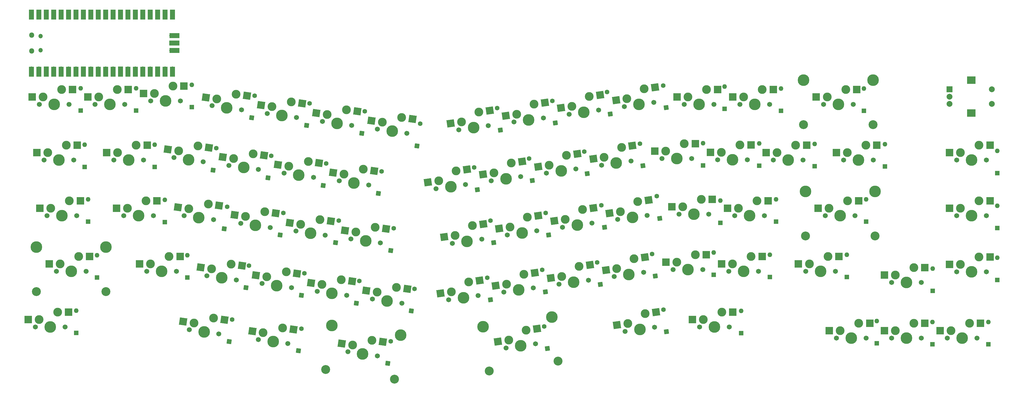
<source format=gbr>
%TF.GenerationSoftware,KiCad,Pcbnew,9.0.2*%
%TF.CreationDate,2025-06-19T20:24:17-07:00*%
%TF.ProjectId,toro-pcb,746f726f-2d70-4636-922e-6b696361645f,rev?*%
%TF.SameCoordinates,Original*%
%TF.FileFunction,Soldermask,Bot*%
%TF.FilePolarity,Negative*%
%FSLAX46Y46*%
G04 Gerber Fmt 4.6, Leading zero omitted, Abs format (unit mm)*
G04 Created by KiCad (PCBNEW 9.0.2) date 2025-06-19 20:24:17*
%MOMM*%
%LPD*%
G01*
G04 APERTURE LIST*
G04 Aperture macros list*
%AMHorizOval*
0 Thick line with rounded ends*
0 $1 width*
0 $2 $3 position (X,Y) of the first rounded end (center of the circle)*
0 $4 $5 position (X,Y) of the second rounded end (center of the circle)*
0 Add line between two ends*
20,1,$1,$2,$3,$4,$5,0*
0 Add two circle primitives to create the rounded ends*
1,1,$1,$2,$3*
1,1,$1,$4,$5*%
%AMRotRect*
0 Rectangle, with rotation*
0 The origin of the aperture is its center*
0 $1 length*
0 $2 width*
0 $3 Rotation angle, in degrees counterclockwise*
0 Add horizontal line*
21,1,$1,$2,0,0,$3*%
G04 Aperture macros list end*
%ADD10C,1.701800*%
%ADD11C,3.000000*%
%ADD12C,3.987800*%
%ADD13R,2.550000X2.500000*%
%ADD14RotRect,2.550000X2.500000X352.000000*%
%ADD15RotRect,2.550000X2.500000X8.000000*%
%ADD16C,3.048000*%
%ADD17R,2.000000X2.000000*%
%ADD18C,2.000000*%
%ADD19R,3.000000X2.500000*%
%ADD20R,1.600000X1.600000*%
%ADD21O,1.600000X1.600000*%
%ADD22RotRect,1.600000X1.600000X98.000000*%
%ADD23HorizOval,1.600000X0.000000X0.000000X0.000000X0.000000X0*%
%ADD24RotRect,1.600000X1.600000X82.000000*%
%ADD25HorizOval,1.600000X0.000000X0.000000X0.000000X0.000000X0*%
%ADD26O,1.800000X1.800000*%
%ADD27O,1.500000X1.500000*%
%ADD28O,1.700000X1.700000*%
%ADD29R,1.700000X3.500000*%
%ADD30R,1.700000X1.700000*%
%ADD31R,3.500000X1.700000*%
G04 APERTURE END LIST*
D10*
%TO.C,SW37*%
X297382811Y-66675000D03*
D11*
X298652811Y-64135000D03*
D12*
X302462811Y-66675000D03*
D11*
X305002811Y-61595000D03*
D10*
X307542811Y-66675000D03*
D13*
X308752811Y-61595000D03*
X294902811Y-64135000D03*
%TD*%
D10*
%TO.C,SW18*%
X98000000Y-107446490D03*
D11*
X99611141Y-105107960D03*
D12*
X103030562Y-108153490D03*
D11*
X106252843Y-103476428D03*
D10*
X108061124Y-108860490D03*
D14*
X109966347Y-103998327D03*
X95897635Y-104586060D03*
%TD*%
D10*
%TO.C,SW57*%
X229528876Y-144441373D03*
D11*
X230433017Y-141749342D03*
D12*
X234559438Y-143734373D03*
D11*
X236367719Y-138350312D03*
D10*
X239590000Y-143027373D03*
D15*
X240081225Y-137828413D03*
X226719511Y-142271241D03*
%TD*%
D10*
%TO.C,SW57*%
X226969438Y-106111505D03*
D11*
X227873579Y-103419474D03*
D12*
X232000000Y-105404505D03*
D11*
X233808281Y-100020444D03*
D10*
X237030562Y-104697505D03*
D15*
X237521787Y-99498545D03*
X224160073Y-103941373D03*
%TD*%
D10*
%TO.C,SW48*%
X261187811Y-85650000D03*
D11*
X262457811Y-83110000D03*
D12*
X266267811Y-85650000D03*
D11*
X268807811Y-80570000D03*
D10*
X271347811Y-85650000D03*
D13*
X272557811Y-80570000D03*
X258707811Y-83110000D03*
%TD*%
D10*
%TO.C,SW17*%
X78627354Y-104793001D03*
D11*
X80238494Y-102454470D03*
D12*
X83657916Y-105500000D03*
D11*
X86880196Y-100822939D03*
D10*
X88688478Y-106206999D03*
D14*
X90593702Y-101344837D03*
X76524989Y-101932570D03*
%TD*%
D10*
%TO.C,SW42*%
X202584706Y-90225518D03*
D11*
X203488847Y-87533487D03*
D12*
X207615268Y-89518518D03*
D11*
X209423549Y-84134457D03*
D10*
X212645830Y-88811518D03*
D15*
X213137055Y-83612558D03*
X199775341Y-88055386D03*
%TD*%
D10*
%TO.C,SW4*%
X67186250Y-65500000D03*
D11*
X68456250Y-62960000D03*
D12*
X72266250Y-65500000D03*
D11*
X74806250Y-60420000D03*
D10*
X77346250Y-65500000D03*
D13*
X78556250Y-60420000D03*
X64706250Y-62960000D03*
%TD*%
D10*
%TO.C,SW28*%
X172625618Y-75410743D03*
D11*
X173529759Y-72718712D03*
D12*
X177656180Y-74703743D03*
D11*
X179464461Y-69319682D03*
D10*
X182686742Y-73996743D03*
D15*
X183177967Y-68797783D03*
X169816253Y-73240611D03*
%TD*%
D10*
%TO.C,SW7*%
X125924259Y-72525825D03*
D11*
X127535400Y-70187295D03*
D12*
X130954821Y-73232825D03*
D11*
X134177102Y-68555763D03*
D10*
X135985383Y-73939825D03*
D14*
X137890606Y-69077662D03*
X123821894Y-69665395D03*
%TD*%
D10*
%TO.C,SW55*%
X245920000Y-123250000D03*
D11*
X247190000Y-120710000D03*
D12*
X251000000Y-123250000D03*
D11*
X253540000Y-118170000D03*
D10*
X256080000Y-123250000D03*
D13*
X257290000Y-118170000D03*
X243440000Y-120710000D03*
%TD*%
D10*
%TO.C,SW43*%
X189240224Y-111414000D03*
D11*
X190144365Y-108721969D03*
D12*
X194270786Y-110707000D03*
D11*
X196079067Y-105322939D03*
D10*
X199301348Y-110000000D03*
D15*
X199792573Y-104801040D03*
X186430859Y-109243868D03*
%TD*%
D10*
%TO.C,SW54*%
X225750000Y-125648373D03*
D11*
X226654141Y-122956342D03*
D12*
X230780562Y-124941373D03*
D11*
X232588843Y-119557312D03*
D10*
X235811124Y-124234373D03*
D15*
X236302349Y-119035413D03*
X222940635Y-123478241D03*
%TD*%
D10*
%TO.C,SW65*%
X342981295Y-124000000D03*
D11*
X344251295Y-121460000D03*
D12*
X348061295Y-124000000D03*
D11*
X350601295Y-118920000D03*
D10*
X353141295Y-124000000D03*
D13*
X354351295Y-118920000D03*
X340501295Y-121460000D03*
%TD*%
D10*
%TO.C,SW62*%
X320675000Y-127635000D03*
D11*
X321945000Y-125095000D03*
D12*
X325755000Y-127635000D03*
D11*
X328295000Y-122555000D03*
D10*
X330835000Y-127635000D03*
D13*
X332045000Y-122555000D03*
X318195000Y-125095000D03*
%TD*%
D10*
%TO.C,SW8*%
X144788865Y-75177073D03*
D11*
X146400006Y-72838543D03*
D12*
X149819427Y-75884073D03*
D11*
X153041708Y-71207011D03*
D10*
X154849989Y-76591073D03*
D14*
X156755212Y-71728910D03*
X142686500Y-72316643D03*
%TD*%
D10*
%TO.C,SW3*%
X48136250Y-66675000D03*
D11*
X49406250Y-64135000D03*
D12*
X53216250Y-66675000D03*
D11*
X55756250Y-61595000D03*
D10*
X58296250Y-66675000D03*
D13*
X59506250Y-61595000D03*
X45656250Y-64135000D03*
%TD*%
D10*
%TO.C,SW21*%
X34925000Y-123825000D03*
D11*
X36195000Y-121285000D03*
D12*
X40005000Y-123825000D03*
D11*
X42545000Y-118745000D03*
D10*
X45085000Y-123825000D03*
D13*
X46295000Y-118745000D03*
X32445000Y-121285000D03*
%TD*%
D10*
%TO.C,SW61*%
X339725000Y-146685000D03*
D11*
X340995000Y-144145000D03*
D12*
X344805000Y-146685000D03*
D11*
X347345000Y-141605000D03*
D10*
X349885000Y-146685000D03*
D13*
X351095000Y-141605000D03*
X337245000Y-144145000D03*
%TD*%
D10*
%TO.C,SW6*%
X107038865Y-69824562D03*
D11*
X108650006Y-67486032D03*
D12*
X112069427Y-70531562D03*
D11*
X115291708Y-65854500D03*
D10*
X117099989Y-71238562D03*
D14*
X119005212Y-66376399D03*
X104936500Y-66964132D03*
%TD*%
D10*
%TO.C,SW67*%
X280237811Y-85725000D03*
D11*
X281507811Y-83185000D03*
D12*
X285317811Y-85725000D03*
D11*
X287857811Y-80645000D03*
D10*
X290397811Y-85725000D03*
D13*
X291607811Y-80645000D03*
X277757811Y-83185000D03*
%TD*%
D10*
%TO.C,SW51*%
X169156180Y-133602116D03*
D11*
X170060321Y-130910085D03*
D12*
X174186742Y-132895116D03*
D11*
X175995023Y-127511055D03*
D10*
X179217304Y-132188116D03*
D15*
X179708529Y-126989156D03*
X166346815Y-131431984D03*
%TD*%
D10*
%TO.C,SW16*%
X57960000Y-104775000D03*
D11*
X59230000Y-102235000D03*
D12*
X63040000Y-104775000D03*
D11*
X65580000Y-99695000D03*
D10*
X68120000Y-104775000D03*
D13*
X69330000Y-99695000D03*
X55480000Y-102235000D03*
%TD*%
D10*
%TO.C,SW30*%
X80417741Y-143876101D03*
D11*
X82028882Y-141537571D03*
D12*
X85448303Y-144583101D03*
D11*
X88670584Y-139906039D03*
D10*
X90478865Y-145290101D03*
D14*
X92384088Y-140427938D03*
X78315376Y-141015671D03*
%TD*%
D10*
%TO.C,SW73*%
X291272811Y-123825000D03*
D11*
X292542811Y-121285000D03*
D12*
X296352811Y-123825000D03*
D11*
X298892811Y-118745000D03*
D10*
X301432811Y-123825000D03*
D13*
X302642811Y-118745000D03*
X288792811Y-121285000D03*
%TD*%
D16*
%TO.C,REF\u002A\u002A*%
X314362811Y-73660000D03*
D12*
X314362811Y-58420000D03*
D16*
X290562811Y-73660000D03*
D12*
X290562811Y-58420000D03*
%TD*%
D10*
%TO.C,SW64*%
X342981295Y-104775000D03*
D11*
X344251295Y-102235000D03*
D12*
X348061295Y-104775000D03*
D11*
X350601295Y-99695000D03*
D10*
X353141295Y-104775000D03*
D13*
X354351295Y-99695000D03*
X340501295Y-102235000D03*
%TD*%
D10*
%TO.C,SW45*%
X208104831Y-108762753D03*
D11*
X209008972Y-106070722D03*
D12*
X213135393Y-108055753D03*
D11*
X214943674Y-102671692D03*
D10*
X218165955Y-107348753D03*
D15*
X218657180Y-102149793D03*
X205295466Y-106592621D03*
%TD*%
D10*
%TO.C,SW34*%
X229219438Y-67457000D03*
D11*
X230123579Y-64764969D03*
D12*
X234250000Y-66750000D03*
D11*
X236058281Y-61365939D03*
D10*
X239280562Y-66043000D03*
D15*
X239771787Y-60844040D03*
X226410073Y-65286868D03*
%TD*%
D10*
%TO.C,SW72*%
X298030311Y-104775000D03*
D11*
X299300311Y-102235000D03*
D12*
X303110311Y-104775000D03*
D11*
X305650311Y-99695000D03*
D10*
X308190311Y-104775000D03*
D13*
X309400311Y-99695000D03*
X295550311Y-102235000D03*
%TD*%
D10*
%TO.C,SW52*%
X188020786Y-130950869D03*
D11*
X188924927Y-128258838D03*
D12*
X193051348Y-130243869D03*
D11*
X194859629Y-124859808D03*
D10*
X198081910Y-129536869D03*
D15*
X198573135Y-124337909D03*
X185211421Y-128780737D03*
%TD*%
D10*
%TO.C,SW58*%
X254980000Y-142875000D03*
D11*
X256250000Y-140335000D03*
D12*
X260060000Y-142875000D03*
D11*
X262600000Y-137795000D03*
D10*
X265140000Y-142875000D03*
D13*
X266350000Y-137795000D03*
X252500000Y-140335000D03*
%TD*%
D10*
%TO.C,SW71*%
X304272811Y-85790000D03*
D11*
X305542811Y-83250000D03*
D12*
X309352811Y-85790000D03*
D11*
X311892811Y-80710000D03*
D10*
X314432811Y-85790000D03*
D13*
X315642811Y-80710000D03*
X301792811Y-83250000D03*
%TD*%
D10*
%TO.C,SW13*%
X112834043Y-90250000D03*
D11*
X114445184Y-87911470D03*
D12*
X117864605Y-90957000D03*
D11*
X121086886Y-86279938D03*
D10*
X122895167Y-91664000D03*
D14*
X124800390Y-86801837D03*
X110731678Y-87389570D03*
%TD*%
D16*
%TO.C,REF\u002A\u002A*%
X206556314Y-154633834D03*
D12*
X204435316Y-139542149D03*
D16*
X182987934Y-157946154D03*
D12*
X180866936Y-142854469D03*
%TD*%
D10*
%TO.C,SW14*%
X31750000Y-104775000D03*
D11*
X33020000Y-102235000D03*
D12*
X36830000Y-104775000D03*
D11*
X39370000Y-99695000D03*
D10*
X41910000Y-104775000D03*
D13*
X43120000Y-99695000D03*
X29270000Y-102235000D03*
%TD*%
D10*
%TO.C,SW33*%
X210354832Y-70108247D03*
D11*
X211258973Y-67416216D03*
D12*
X215385394Y-69401247D03*
D11*
X217193675Y-64017186D03*
D10*
X220415956Y-68694247D03*
D15*
X220907181Y-63495287D03*
X207545467Y-67938115D03*
%TD*%
D10*
%TO.C,SW26*%
X143030130Y-133345495D03*
D11*
X144641271Y-131006965D03*
D12*
X148060692Y-134052495D03*
D11*
X151282973Y-129375433D03*
D10*
X153091254Y-134759495D03*
D14*
X154996477Y-129897332D03*
X140927765Y-130485065D03*
%TD*%
D10*
%TO.C,SW29*%
X191490225Y-72759495D03*
D11*
X192394366Y-70067464D03*
D12*
X196520787Y-72052495D03*
D11*
X198329068Y-66668434D03*
D10*
X201551349Y-71345495D03*
D15*
X202042574Y-66146535D03*
X188680860Y-70589363D03*
%TD*%
D10*
%TO.C,SW32*%
X134666553Y-151414438D03*
D11*
X136277694Y-149075908D03*
D12*
X139697115Y-152121438D03*
D11*
X142919396Y-147444376D03*
D10*
X144727677Y-152828438D03*
D14*
X146632900Y-147966275D03*
X132564188Y-148554008D03*
%TD*%
D10*
%TO.C,SW9*%
X30710000Y-85725000D03*
D11*
X31980000Y-83185000D03*
D12*
X35790000Y-85725000D03*
D11*
X38330000Y-80645000D03*
D10*
X40870000Y-85725000D03*
D13*
X42080000Y-80645000D03*
X28230000Y-83185000D03*
%TD*%
D10*
%TO.C,SW22*%
X65870000Y-123825000D03*
D11*
X67140000Y-121285000D03*
D12*
X70950000Y-123825000D03*
D11*
X73490000Y-118745000D03*
D10*
X76030000Y-123825000D03*
D13*
X77240000Y-118745000D03*
X63390000Y-121285000D03*
%TD*%
D10*
%TO.C,SW14*%
X131698650Y-92901248D03*
D11*
X133309791Y-90562718D03*
D12*
X136729212Y-93608248D03*
D11*
X139951493Y-88931186D03*
D10*
X141759774Y-94315248D03*
D14*
X143664997Y-89453085D03*
X129596285Y-90040818D03*
%TD*%
D10*
%TO.C,SW23*%
X86436309Y-125391752D03*
D11*
X88047450Y-123053222D03*
D12*
X91466871Y-126098752D03*
D11*
X94689152Y-121421690D03*
D10*
X96497433Y-126805752D03*
D14*
X98402656Y-121943589D03*
X84333944Y-122531322D03*
%TD*%
D10*
%TO.C,SW24*%
X105300917Y-128043000D03*
D11*
X106912058Y-125704470D03*
D12*
X110331479Y-128750000D03*
D11*
X113553760Y-124072938D03*
D10*
X115362041Y-129457000D03*
D14*
X117267264Y-124594837D03*
X103198552Y-125182570D03*
%TD*%
D16*
%TO.C,REF\u002A\u002A*%
X51905000Y-130810000D03*
D12*
X51905000Y-115570000D03*
D16*
X28105000Y-130810000D03*
D12*
X28105000Y-115570000D03*
%TD*%
D10*
%TO.C,SW1*%
X29086250Y-66675000D03*
D11*
X30356250Y-64135000D03*
D12*
X34166250Y-66675000D03*
D11*
X36706250Y-61595000D03*
D10*
X39246250Y-66675000D03*
D13*
X40456250Y-61595000D03*
X26606250Y-64135000D03*
%TD*%
D10*
%TO.C,SW38*%
X164855493Y-95591061D03*
D11*
X165759634Y-92899030D03*
D12*
X169886055Y-94884061D03*
D11*
X171694336Y-89500000D03*
D10*
X174916617Y-94177061D03*
D15*
X175407842Y-88978101D03*
X162046128Y-93420929D03*
%TD*%
D10*
%TO.C,SW25*%
X124165522Y-130694247D03*
D11*
X125776663Y-128355717D03*
D12*
X129196084Y-131401247D03*
D11*
X132418365Y-126724185D03*
D10*
X134226646Y-132108247D03*
D14*
X136131869Y-127246084D03*
X122063157Y-127833817D03*
%TD*%
D10*
%TO.C,SW12*%
X93969438Y-87598753D03*
D11*
X95580579Y-85260223D03*
D12*
X99000000Y-88305753D03*
D11*
X102222281Y-83628691D03*
D10*
X104030562Y-89012753D03*
D14*
X105935785Y-84150590D03*
X91867073Y-84738323D03*
%TD*%
D10*
%TO.C,SW40*%
X183720100Y-92876765D03*
D11*
X184624241Y-90184734D03*
D12*
X188750662Y-92169765D03*
D11*
X190558943Y-86785704D03*
D10*
X193781224Y-91462765D03*
D15*
X194272449Y-86263805D03*
X180910735Y-90706633D03*
%TD*%
D10*
%TO.C,SW27*%
X27730000Y-142875000D03*
D11*
X29000000Y-140335000D03*
D12*
X32810000Y-142875000D03*
D11*
X35350000Y-137795000D03*
D10*
X37890000Y-142875000D03*
D13*
X39100000Y-137795000D03*
X25250000Y-140335000D03*
%TD*%
D10*
%TO.C,SW53*%
X206885393Y-128299621D03*
D11*
X207789534Y-125607590D03*
D12*
X211915955Y-127592621D03*
D11*
X213724236Y-122208560D03*
D10*
X216946517Y-126885621D03*
D15*
X217437742Y-121686661D03*
X204076028Y-126129489D03*
%TD*%
D10*
%TO.C,SW60*%
X320675000Y-146685000D03*
D11*
X321945000Y-144145000D03*
D12*
X325755000Y-146685000D03*
D11*
X328295000Y-141605000D03*
D10*
X330835000Y-146685000D03*
D13*
X332045000Y-141605000D03*
X318195000Y-144145000D03*
%TD*%
D10*
%TO.C,SW69*%
X264997811Y-123825000D03*
D11*
X266267811Y-121285000D03*
D12*
X270077811Y-123825000D03*
D11*
X272617811Y-118745000D03*
D10*
X275157811Y-123825000D03*
D13*
X276367811Y-118745000D03*
X262517811Y-121285000D03*
%TD*%
D10*
%TO.C,SW36*%
X268807811Y-66675000D03*
D11*
X270077811Y-64135000D03*
D12*
X273887811Y-66675000D03*
D11*
X276427811Y-61595000D03*
D10*
X278967811Y-66675000D03*
D13*
X280177811Y-61595000D03*
X266327811Y-64135000D03*
%TD*%
D10*
%TO.C,SW19*%
X116864606Y-110097737D03*
D11*
X118475747Y-107759207D03*
D12*
X121895168Y-110804737D03*
D11*
X125117449Y-106127675D03*
D10*
X126925730Y-111511737D03*
D14*
X128830953Y-106649574D03*
X114762241Y-107237307D03*
%TD*%
D10*
%TO.C,SW35*%
X249757811Y-66696100D03*
D11*
X251027811Y-64156100D03*
D12*
X254837811Y-66696100D03*
D11*
X257377811Y-61616100D03*
D10*
X259917811Y-66696100D03*
D13*
X261127811Y-61616100D03*
X247277811Y-64156100D03*
%TD*%
D10*
%TO.C,SW5*%
X88174259Y-67173313D03*
D11*
X89785400Y-64834783D03*
D12*
X93204821Y-67880313D03*
D11*
X96427102Y-63203251D03*
D10*
X98235383Y-68587313D03*
D14*
X100140606Y-63725150D03*
X86071894Y-64312883D03*
%TD*%
D10*
%TO.C,SW49*%
X247963592Y-104279560D03*
D11*
X249233592Y-101739559D03*
D12*
X253043592Y-104279559D03*
D11*
X255583592Y-99199559D03*
D10*
X258123592Y-104279558D03*
D13*
X259333592Y-99199559D03*
X245483592Y-101739559D03*
%TD*%
D17*
%TO.C,SW2*%
X340481295Y-61550000D03*
D18*
X340481295Y-66550000D03*
X340481295Y-64050000D03*
D19*
X347981295Y-58450000D03*
X347981295Y-69650000D03*
D18*
X354981295Y-61550000D03*
X354981295Y-66550000D03*
%TD*%
D10*
%TO.C,SW59*%
X301825000Y-146685000D03*
D11*
X303095000Y-144145000D03*
D12*
X306905000Y-146685000D03*
D11*
X309445000Y-141605000D03*
D10*
X311985000Y-146685000D03*
D13*
X313195000Y-141605000D03*
X299345000Y-144145000D03*
%TD*%
D10*
%TO.C,SW41*%
X170406931Y-114288059D03*
D11*
X171311072Y-111596028D03*
D12*
X175437493Y-113581059D03*
D11*
X177245774Y-108196998D03*
D10*
X180468055Y-112874059D03*
D15*
X180959280Y-107675099D03*
X167597566Y-112117927D03*
%TD*%
D10*
%TO.C,SW56*%
X188769438Y-150079972D03*
D11*
X189673579Y-147387941D03*
D12*
X193800000Y-149372972D03*
D11*
X195608281Y-143988911D03*
D10*
X198830562Y-148665972D03*
D15*
X199321787Y-143467012D03*
X185960073Y-147909840D03*
%TD*%
D10*
%TO.C,SW10*%
X54610000Y-85725000D03*
D11*
X55880000Y-83185000D03*
D12*
X59690000Y-85725000D03*
D11*
X62230000Y-80645000D03*
D10*
X64770000Y-85725000D03*
D13*
X65980000Y-80645000D03*
X52130000Y-83185000D03*
%TD*%
D10*
%TO.C,SW11*%
X75111763Y-84948164D03*
D11*
X76722903Y-82609633D03*
D12*
X80142325Y-85655163D03*
D11*
X83364605Y-80978102D03*
D10*
X85172887Y-86362162D03*
D14*
X87078111Y-81500000D03*
X73009397Y-82087733D03*
%TD*%
D16*
%TO.C,REF\u002A\u002A*%
X150596379Y-160792711D03*
D12*
X152717377Y-145701026D03*
D16*
X127027999Y-157480391D03*
D12*
X129148997Y-142388706D03*
%TD*%
D10*
%TO.C,SW46*%
X242145000Y-85230000D03*
D11*
X243415000Y-82690000D03*
D12*
X247225000Y-85230000D03*
D11*
X249765000Y-80150000D03*
D10*
X252305000Y-85230000D03*
D13*
X253515000Y-80150000D03*
X239664999Y-82690000D03*
%TD*%
D10*
%TO.C,SW31*%
X104055440Y-147198163D03*
D11*
X105666581Y-144859633D03*
D12*
X109086002Y-147905163D03*
D11*
X112308283Y-143228101D03*
D10*
X114116564Y-148612163D03*
D14*
X116021787Y-143750000D03*
X101953075Y-144337733D03*
%TD*%
D16*
%TO.C,REF\u002A\u002A*%
X315010311Y-111760000D03*
D12*
X315010311Y-96520000D03*
D16*
X291210311Y-111760000D03*
D12*
X291210311Y-96520000D03*
%TD*%
D10*
%TO.C,SW68*%
X267040311Y-104775000D03*
D11*
X268310311Y-102235000D03*
D12*
X272120311Y-104775000D03*
D11*
X274660311Y-99695000D03*
D10*
X277200311Y-104775000D03*
D13*
X278410311Y-99695000D03*
X264560311Y-102235000D03*
%TD*%
D10*
%TO.C,SW20*%
X135729213Y-112748984D03*
D11*
X137340354Y-110410454D03*
D12*
X140759775Y-113455984D03*
D11*
X143982056Y-108778922D03*
D10*
X145790337Y-114162984D03*
D14*
X147695560Y-109300821D03*
X133626848Y-109888554D03*
%TD*%
D10*
%TO.C,SW63*%
X342981295Y-85725000D03*
D11*
X344251295Y-83185000D03*
D12*
X348061295Y-85725000D03*
D11*
X350601295Y-80645000D03*
D10*
X353141295Y-85725000D03*
D13*
X354351295Y-80645000D03*
X340501295Y-83185000D03*
%TD*%
D10*
%TO.C,SW44*%
X221438876Y-87500000D03*
D11*
X222343017Y-84807969D03*
D12*
X226469438Y-86793000D03*
D11*
X228277719Y-81408939D03*
D10*
X231500000Y-86086000D03*
D15*
X231991225Y-80887040D03*
X218629511Y-85329868D03*
%TD*%
D20*
%TO.C,D36*%
X282852811Y-68918750D03*
D21*
X282852811Y-61298750D03*
%TD*%
D22*
%TO.C,D53*%
X221031400Y-128323610D03*
D23*
X219970901Y-120777767D03*
%TD*%
D20*
%TO.C,D65*%
X356873795Y-126810000D03*
D21*
X356873795Y-119190000D03*
%TD*%
D20*
%TO.C,D15*%
X45755000Y-106835000D03*
D21*
X45755000Y-99215000D03*
%TD*%
D24*
%TO.C,D17*%
X92330953Y-109322846D03*
D25*
X93391452Y-101777003D03*
%TD*%
D24*
%TO.C,D26*%
X156349936Y-137394913D03*
D25*
X157410435Y-129849070D03*
%TD*%
D24*
%TO.C,D8*%
X158318107Y-80902337D03*
D25*
X159378607Y-73356494D03*
%TD*%
D22*
%TO.C,D28*%
X186798657Y-75519293D03*
D23*
X185738158Y-67973450D03*
%TD*%
D24*
%TO.C,D11*%
X88550731Y-89236489D03*
D25*
X89611230Y-81690646D03*
%TD*%
D20*
%TO.C,D68*%
X294352811Y-87882500D03*
D21*
X294352811Y-80262500D03*
%TD*%
D22*
%TO.C,D40*%
X197715292Y-92833590D03*
D23*
X196654793Y-85287747D03*
%TD*%
D22*
%TO.C,D38*%
X178935688Y-95888940D03*
D23*
X177875189Y-88343097D03*
%TD*%
D24*
%TO.C,D5*%
X101734420Y-71272922D03*
D25*
X102794919Y-63727079D03*
%TD*%
D20*
%TO.C,D69*%
X281110311Y-106825000D03*
D21*
X281110311Y-99205000D03*
%TD*%
D20*
%TO.C,D22*%
X79738750Y-125981250D03*
D21*
X79738750Y-118361250D03*
%TD*%
D20*
%TO.C,D70*%
X279030311Y-125825000D03*
D21*
X279030311Y-118205000D03*
%TD*%
D22*
%TO.C,D51*%
X183403649Y-133629518D03*
D23*
X182343150Y-126083675D03*
%TD*%
D20*
%TO.C,D48*%
X275352811Y-87750000D03*
D21*
X275352811Y-80130000D03*
%TD*%
D22*
%TO.C,D33*%
X224387299Y-69997981D03*
D23*
X223326800Y-62452138D03*
%TD*%
D22*
%TO.C,D54*%
X239824944Y-125462595D03*
D23*
X238764445Y-117916752D03*
%TD*%
D24*
%TO.C,D6*%
X120500000Y-73910252D03*
D25*
X121560499Y-66364409D03*
%TD*%
D26*
%TO.C,U1*%
X26490000Y-43015000D03*
D27*
X29520000Y-43315000D03*
X29520000Y-48165000D03*
D26*
X26490000Y-48465000D03*
D28*
X26360000Y-36850000D03*
D29*
X26360000Y-35950000D03*
D28*
X28900000Y-36850000D03*
D29*
X28900000Y-35950000D03*
D30*
X31440000Y-36850000D03*
D29*
X31440000Y-35950000D03*
D28*
X33980000Y-36850000D03*
D29*
X33980000Y-35950000D03*
D28*
X36520000Y-36850000D03*
D29*
X36520000Y-35950000D03*
D28*
X39060000Y-36850000D03*
D29*
X39060000Y-35950000D03*
D28*
X41600000Y-36850000D03*
D29*
X41600000Y-35950000D03*
D30*
X44140000Y-36850000D03*
D29*
X44140000Y-35950000D03*
D28*
X46680000Y-36850000D03*
D29*
X46680000Y-35950000D03*
D28*
X49220000Y-36850000D03*
D29*
X49220000Y-35950000D03*
D28*
X51760000Y-36850000D03*
D29*
X51760000Y-35950000D03*
D28*
X54300000Y-36850000D03*
D29*
X54300000Y-35950000D03*
D30*
X56840000Y-36850000D03*
D29*
X56840000Y-35950000D03*
D28*
X59380000Y-36850000D03*
D29*
X59380000Y-35950000D03*
D28*
X61920000Y-36850000D03*
D29*
X61920000Y-35950000D03*
D28*
X64460000Y-36850000D03*
D29*
X64460000Y-35950000D03*
D28*
X67000000Y-36850000D03*
D29*
X67000000Y-35950000D03*
D30*
X69540000Y-36850000D03*
D29*
X69540000Y-35950000D03*
D28*
X72080000Y-36850000D03*
D29*
X72080000Y-35950000D03*
D28*
X74620000Y-36850000D03*
D29*
X74620000Y-35950000D03*
D28*
X74620000Y-54630000D03*
D29*
X74620000Y-55530000D03*
D28*
X72080000Y-54630000D03*
D29*
X72080000Y-55530000D03*
D30*
X69540000Y-54630000D03*
D29*
X69540000Y-55530000D03*
D28*
X67000000Y-54630000D03*
D29*
X67000000Y-55530000D03*
D28*
X64460000Y-54630000D03*
D29*
X64460000Y-55530000D03*
D28*
X61920000Y-54630000D03*
D29*
X61920000Y-55530000D03*
D28*
X59380000Y-54630000D03*
D29*
X59380000Y-55530000D03*
D30*
X56840000Y-54630000D03*
D29*
X56840000Y-55530000D03*
D28*
X54300000Y-54630000D03*
D29*
X54300000Y-55530000D03*
D28*
X51760000Y-54630000D03*
D29*
X51760000Y-55530000D03*
D28*
X49220000Y-54630000D03*
D29*
X49220000Y-55530000D03*
D28*
X46680000Y-54630000D03*
D29*
X46680000Y-55530000D03*
D30*
X44140000Y-54630000D03*
D29*
X44140000Y-55530000D03*
D28*
X41600000Y-54630000D03*
D29*
X41600000Y-55530000D03*
D28*
X39060000Y-54630000D03*
D29*
X39060000Y-55530000D03*
D28*
X36520000Y-54630000D03*
D29*
X36520000Y-55530000D03*
D28*
X33980000Y-54630000D03*
D29*
X33980000Y-55530000D03*
D30*
X31440000Y-54630000D03*
D29*
X31440000Y-55530000D03*
D28*
X28900000Y-54630000D03*
D29*
X28900000Y-55530000D03*
D28*
X26360000Y-54630000D03*
D29*
X26360000Y-55530000D03*
D28*
X74390000Y-43200000D03*
D31*
X75290000Y-43200000D03*
D30*
X74390000Y-45740000D03*
D31*
X75290000Y-45740000D03*
D28*
X74390000Y-48280000D03*
D31*
X75290000Y-48280000D03*
%TD*%
D20*
%TO.C,D10*%
X68540000Y-88101250D03*
D21*
X68540000Y-80481250D03*
%TD*%
D20*
%TO.C,D2*%
X43235000Y-68847500D03*
D21*
X43235000Y-61227500D03*
%TD*%
D20*
%TO.C,D73*%
X311987811Y-106810000D03*
D21*
X311987811Y-99190000D03*
%TD*%
D20*
%TO.C,D9*%
X44596250Y-88101250D03*
D21*
X44596250Y-80481250D03*
%TD*%
D20*
%TO.C,D4*%
X81235000Y-67616250D03*
D21*
X81235000Y-59996250D03*
%TD*%
D22*
%TO.C,D57*%
X243660221Y-144500000D03*
D23*
X242599722Y-136954157D03*
%TD*%
D20*
%TO.C,D64*%
X356873795Y-109083750D03*
D21*
X356873795Y-101463750D03*
%TD*%
D20*
%TO.C,D35*%
X263569061Y-68250000D03*
D21*
X263569061Y-60630000D03*
%TD*%
D22*
%TO.C,D45*%
X222471748Y-108813760D03*
D23*
X221411249Y-101267917D03*
%TD*%
D20*
%TO.C,D58*%
X269250000Y-145060000D03*
D21*
X269250000Y-137440000D03*
%TD*%
D20*
%TO.C,D74*%
X305374061Y-125817500D03*
D21*
X305374061Y-118197500D03*
%TD*%
D24*
%TO.C,D19*%
X130464947Y-114064140D03*
D25*
X131525446Y-106518297D03*
%TD*%
D20*
%TO.C,D32*%
X72030000Y-107010000D03*
D21*
X72030000Y-99390000D03*
%TD*%
D20*
%TO.C,D21*%
X48811250Y-125981250D03*
D21*
X48811250Y-118361250D03*
%TD*%
D22*
%TO.C,D52*%
X202201693Y-130863921D03*
D23*
X201141194Y-123318078D03*
%TD*%
D22*
%TO.C,D34*%
X243560499Y-67795843D03*
D23*
X242500000Y-60250000D03*
%TD*%
D24*
%TO.C,D18*%
X111483062Y-111456999D03*
D25*
X112543561Y-103911156D03*
%TD*%
D22*
%TO.C,D47*%
X241369967Y-105711472D03*
D23*
X240309468Y-98165629D03*
%TD*%
D22*
%TO.C,D56*%
X202897673Y-150300850D03*
D23*
X201837174Y-142755007D03*
%TD*%
D20*
%TO.C,D49*%
X262106985Y-107302037D03*
D21*
X262106985Y-99682037D03*
%TD*%
D24*
%TO.C,D24*%
X118719751Y-132106336D03*
D25*
X119780250Y-124560493D03*
%TD*%
D20*
%TO.C,D37*%
X311212811Y-68918750D03*
D21*
X311212811Y-61298750D03*
%TD*%
D24*
%TO.C,D23*%
X99788301Y-129445694D03*
D25*
X100848800Y-121899851D03*
%TD*%
D20*
%TO.C,D63*%
X356873795Y-90283750D03*
D21*
X356873795Y-82663750D03*
%TD*%
D20*
%TO.C,D61*%
X353750000Y-148810000D03*
D21*
X353750000Y-141190000D03*
%TD*%
D20*
%TO.C,D59*%
X315615939Y-148515000D03*
D21*
X315615939Y-140895000D03*
%TD*%
D20*
%TO.C,D62*%
X334750000Y-130560000D03*
D21*
X334750000Y-122940000D03*
%TD*%
D22*
%TO.C,D43*%
X203349832Y-111430482D03*
D23*
X202289333Y-103884639D03*
%TD*%
D24*
%TO.C,D13*%
X126173985Y-94524409D03*
D25*
X127234484Y-86978566D03*
%TD*%
D24*
%TO.C,D32*%
X148265270Y-155365466D03*
D25*
X149325769Y-147819623D03*
%TD*%
D20*
%TO.C,D55*%
X259825000Y-125067500D03*
D21*
X259825000Y-117447500D03*
%TD*%
D24*
%TO.C,D12*%
X107358890Y-91880121D03*
D25*
X108419389Y-84334278D03*
%TD*%
D24*
%TO.C,D30*%
X94009966Y-147927199D03*
D25*
X95070465Y-140381356D03*
%TD*%
D24*
%TO.C,D14*%
X145105435Y-97185052D03*
D25*
X146165934Y-89639209D03*
%TD*%
D20*
%TO.C,D46*%
X256162811Y-87643965D03*
D21*
X256162811Y-80023965D03*
%TD*%
D20*
%TO.C,D72*%
X318372811Y-87947500D03*
D21*
X318372811Y-80327500D03*
%TD*%
D24*
%TO.C,D20*%
X149302322Y-116711560D03*
D25*
X150362821Y-109165717D03*
%TD*%
D20*
%TO.C,D3*%
X62235000Y-68791250D03*
D21*
X62235000Y-61171250D03*
%TD*%
D20*
%TO.C,D60*%
X334617500Y-148828750D03*
D21*
X334617500Y-141208750D03*
%TD*%
D24*
%TO.C,D7*%
X139385395Y-76611515D03*
D25*
X140445894Y-69065672D03*
%TD*%
D22*
%TO.C,D44*%
X235616859Y-87688641D03*
D23*
X234556360Y-80142798D03*
%TD*%
D22*
%TO.C,D29*%
X205627875Y-73038378D03*
D23*
X204567376Y-65492535D03*
%TD*%
D24*
%TO.C,D25*%
X137534843Y-134750625D03*
D25*
X138595342Y-127204782D03*
%TD*%
D22*
%TO.C,D42*%
X216565874Y-90441819D03*
D23*
X215505375Y-82895976D03*
%TD*%
D20*
%TO.C,D27*%
X41735000Y-144935000D03*
D21*
X41735000Y-137315000D03*
%TD*%
D24*
%TO.C,D31*%
X117729116Y-151073890D03*
D25*
X118789615Y-143528047D03*
%TD*%
D22*
%TO.C,D41*%
X184534739Y-114074771D03*
D23*
X183474240Y-106528928D03*
%TD*%
M02*

</source>
